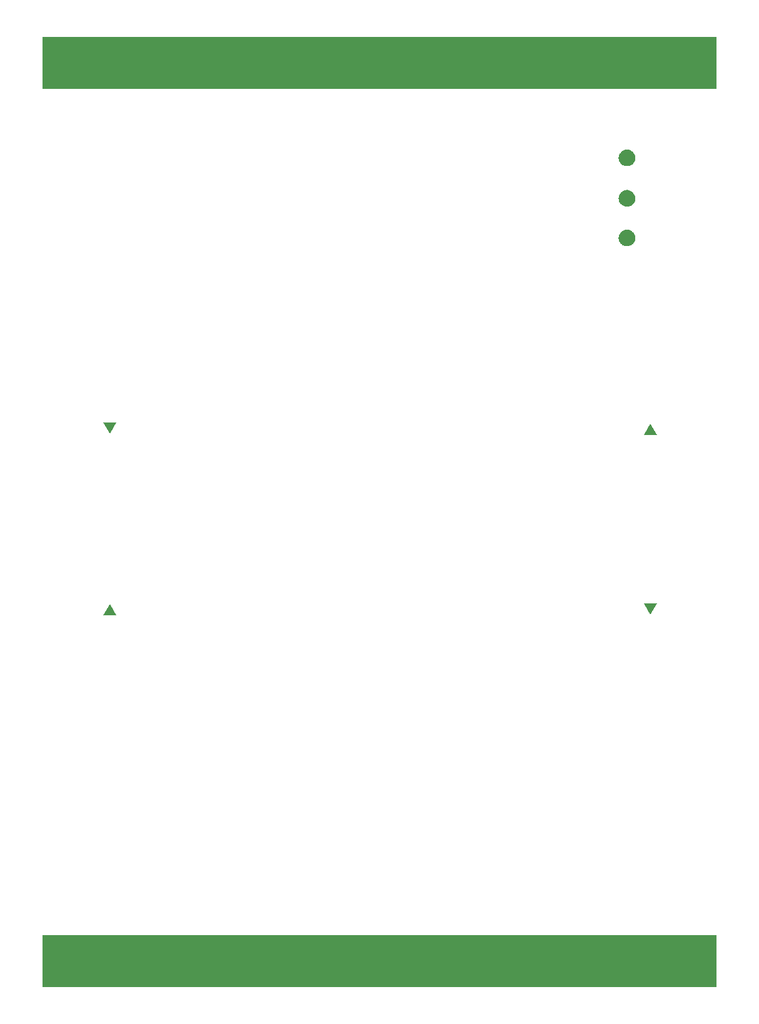
<source format=gbs>
G04 Layer: BottomSolderMaskLayer*
G04 EasyEDA v6.5.34, 2023-08-21 18:11:39*
G04 55fea8646dbd4ef485edb4a4bd6a11f4,5a6b42c53f6a479593ecc07194224c93,10*
G04 Gerber Generator version 0.2*
G04 Scale: 100 percent, Rotated: No, Reflected: No *
G04 Dimensions in millimeters *
G04 leading zeros omitted , absolute positions ,4 integer and 5 decimal *
%FSLAX45Y45*%
%MOMM*%

%ADD10O,6.6032126X3.4031936000000003*%

%LPD*%
G36*
X914400Y5183225D02*
G01*
X825500Y5030825D01*
X1003300Y5030825D01*
G37*
G36*
X825500Y7634325D02*
G01*
X914400Y7481925D01*
X1003300Y7634325D01*
G37*
G36*
X8233156Y7615834D02*
G01*
X8144256Y7463434D01*
X8322056Y7463434D01*
G37*
G36*
X8144256Y5190134D02*
G01*
X8233156Y5037734D01*
X8322056Y5190134D01*
G37*
G36*
X7912862Y10247274D02*
G01*
X7903209Y10246664D01*
X7893608Y10245191D01*
X7884159Y10242905D01*
X7874965Y10239857D01*
X7866075Y10235996D01*
X7857540Y10231374D01*
X7853425Y10228834D01*
X7845552Y10223144D01*
X7838236Y10216845D01*
X7831429Y10209885D01*
X7825282Y10202418D01*
X7819796Y10194391D01*
X7814970Y10185958D01*
X7810957Y10177170D01*
X7807655Y10168026D01*
X7805216Y10158679D01*
X7803540Y10149128D01*
X7802727Y10139426D01*
X7802727Y10129774D01*
X7803540Y10120071D01*
X7805216Y10110520D01*
X7807655Y10101173D01*
X7810957Y10092029D01*
X7814970Y10083241D01*
X7819796Y10074808D01*
X7825282Y10066782D01*
X7831429Y10059314D01*
X7838236Y10052354D01*
X7845552Y10046055D01*
X7853425Y10040366D01*
X7861757Y10035438D01*
X7870494Y10031171D01*
X7879537Y10027716D01*
X7888884Y10025024D01*
X7898384Y10023195D01*
X7908036Y10022128D01*
X7917738Y10021925D01*
X7927390Y10022535D01*
X7936992Y10024008D01*
X7946440Y10026294D01*
X7955635Y10029342D01*
X7964525Y10033203D01*
X7973059Y10037826D01*
X7977174Y10040366D01*
X7985048Y10046055D01*
X7992364Y10052354D01*
X7999171Y10059314D01*
X8005318Y10066782D01*
X8010804Y10074808D01*
X8015630Y10083241D01*
X8019643Y10092029D01*
X8022945Y10101173D01*
X8025384Y10110520D01*
X8027060Y10120071D01*
X8027873Y10129774D01*
X8028025Y10134600D01*
X8027568Y10144302D01*
X8026349Y10153904D01*
X8024266Y10163403D01*
X8021370Y10172649D01*
X8017713Y10181640D01*
X8013293Y10190226D01*
X8008162Y10198455D01*
X8002320Y10206228D01*
X7995869Y10213441D01*
X7988757Y10220045D01*
X7985048Y10223144D01*
X7977174Y10228834D01*
X7968843Y10233761D01*
X7960106Y10238028D01*
X7951063Y10241483D01*
X7941716Y10244175D01*
X7932216Y10246004D01*
X7922564Y10247071D01*
G37*
G36*
X7912862Y10782300D02*
G01*
X7903209Y10781690D01*
X7893608Y10780217D01*
X7884159Y10777931D01*
X7874965Y10774883D01*
X7866075Y10771022D01*
X7857540Y10766399D01*
X7849463Y10761065D01*
X7845552Y10758170D01*
X7838236Y10751820D01*
X7834731Y10748467D01*
X7828280Y10741253D01*
X7822438Y10733481D01*
X7817307Y10725251D01*
X7814970Y10720984D01*
X7810957Y10712196D01*
X7807655Y10703052D01*
X7805216Y10693704D01*
X7803540Y10684154D01*
X7802727Y10674451D01*
X7802727Y10664748D01*
X7803540Y10655096D01*
X7805216Y10645546D01*
X7807655Y10636199D01*
X7810957Y10627055D01*
X7814970Y10618216D01*
X7819796Y10609783D01*
X7825282Y10601807D01*
X7831429Y10594340D01*
X7838236Y10587380D01*
X7845552Y10581081D01*
X7853425Y10575391D01*
X7861757Y10570464D01*
X7870494Y10566196D01*
X7879537Y10562742D01*
X7888884Y10560050D01*
X7898384Y10558221D01*
X7908036Y10557154D01*
X7917738Y10556951D01*
X7927390Y10557560D01*
X7936992Y10559034D01*
X7946440Y10561320D01*
X7955635Y10564368D01*
X7964525Y10568228D01*
X7973059Y10572851D01*
X7977174Y10575391D01*
X7985048Y10581081D01*
X7992364Y10587380D01*
X7999171Y10594340D01*
X8005318Y10601807D01*
X8010804Y10609783D01*
X8015630Y10618216D01*
X8019643Y10627055D01*
X8022945Y10636199D01*
X8025384Y10645546D01*
X8027060Y10655096D01*
X8027873Y10664748D01*
X8028025Y10669625D01*
X8027568Y10679328D01*
X8026349Y10688929D01*
X8024266Y10698378D01*
X8022945Y10703052D01*
X8019643Y10712196D01*
X8015630Y10720984D01*
X8010804Y10729417D01*
X8005318Y10737443D01*
X7999171Y10744911D01*
X7995869Y10748467D01*
X7988757Y10755071D01*
X7985048Y10758170D01*
X7977174Y10763808D01*
X7968843Y10768787D01*
X7960106Y10773054D01*
X7951063Y10776508D01*
X7941716Y10779201D01*
X7932216Y10781030D01*
X7922564Y10782096D01*
G37*
G36*
X7912862Y11329974D02*
G01*
X7903209Y11329365D01*
X7898384Y11328755D01*
X7888884Y11326876D01*
X7884159Y11325656D01*
X7874965Y11322558D01*
X7866075Y11318697D01*
X7857540Y11314125D01*
X7849463Y11308791D01*
X7841843Y11302796D01*
X7834731Y11296142D01*
X7828280Y11288928D01*
X7822438Y11281206D01*
X7817307Y11272977D01*
X7814970Y11268710D01*
X7810957Y11259870D01*
X7807655Y11250777D01*
X7805216Y11241379D01*
X7803540Y11231829D01*
X7802727Y11222177D01*
X7802727Y11212474D01*
X7803540Y11202822D01*
X7804251Y11197996D01*
X7806334Y11188547D01*
X7807655Y11183874D01*
X7810957Y11174730D01*
X7814970Y11165941D01*
X7819796Y11157508D01*
X7825282Y11149533D01*
X7831429Y11142014D01*
X7838236Y11135106D01*
X7845552Y11128756D01*
X7853425Y11123117D01*
X7861757Y11118138D01*
X7870494Y11113922D01*
X7879537Y11110417D01*
X7888884Y11107775D01*
X7893608Y11106708D01*
X7903209Y11105286D01*
X7912862Y11104626D01*
X7917738Y11104626D01*
X7927390Y11105286D01*
X7936992Y11106708D01*
X7946440Y11108994D01*
X7951063Y11110417D01*
X7960106Y11113922D01*
X7968843Y11118138D01*
X7977174Y11123117D01*
X7985048Y11128756D01*
X7992364Y11135106D01*
X7999171Y11142014D01*
X8005318Y11149533D01*
X8010804Y11157508D01*
X8015630Y11165941D01*
X8019643Y11174730D01*
X8022945Y11183874D01*
X8025384Y11193272D01*
X8026349Y11197996D01*
X8027568Y11207648D01*
X8028025Y11217300D01*
X8027568Y11227003D01*
X8026349Y11236604D01*
X8024266Y11246104D01*
X8022945Y11250777D01*
X8019643Y11259870D01*
X8015630Y11268710D01*
X8010804Y11277142D01*
X8005318Y11285118D01*
X7999171Y11292586D01*
X7992364Y11299545D01*
X7985048Y11305844D01*
X7977174Y11311534D01*
X7968843Y11316512D01*
X7960106Y11320729D01*
X7951063Y11324183D01*
X7946440Y11325656D01*
X7936992Y11327892D01*
X7932216Y11328755D01*
X7922564Y11329771D01*
G37*
D10*
G01*
X736600Y12573000D03*
G01*
X8382000Y12573000D03*
G01*
X736600Y330200D03*
G01*
X8382000Y330200D03*
G36*
X0Y12852400D02*
G01*
X9131300Y12852400D01*
X9131300Y12152401D01*
X0Y12152401D01*
G37*
G36*
X0Y699998D02*
G01*
X9131300Y699998D01*
X9131300Y0D01*
X0Y0D01*
G37*
M02*

</source>
